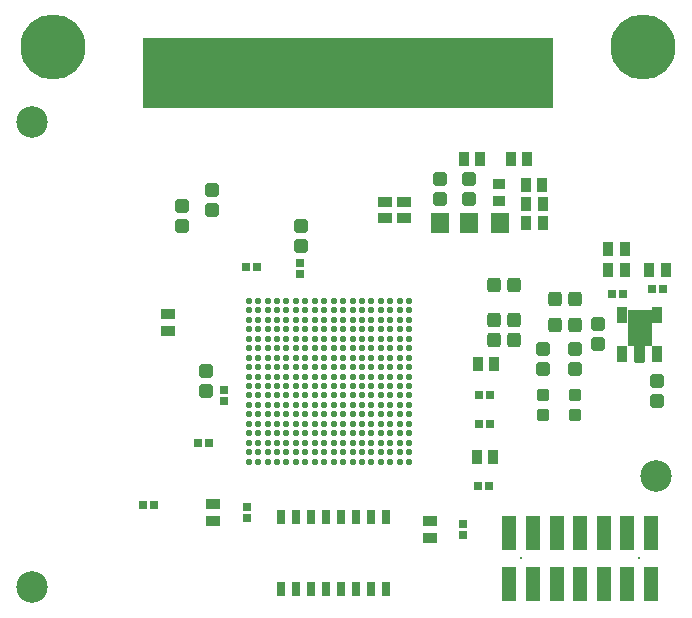
<source format=gts>
G04*
G04 #@! TF.GenerationSoftware,Altium Limited,Altium Designer,23.3.1 (30)*
G04*
G04 Layer_Color=8388736*
%FSLAX45Y45*%
%MOMM*%
G71*
G04*
G04 #@! TF.SameCoordinates,3C985EEB-511E-42A5-9B31-B82869618DE1*
G04*
G04*
G04 #@! TF.FilePolarity,Negative*
G04*
G01*
G75*
%ADD21R,0.76000X1.25000*%
%ADD33R,1.60000X1.80000*%
%ADD34R,34.79998X5.97499*%
%ADD35R,0.88320X1.40320*%
G04:AMPARAMS|DCode=36|XSize=1.2032mm|YSize=1.1032mm|CornerRadius=0.2141mm|HoleSize=0mm|Usage=FLASHONLY|Rotation=270.000|XOffset=0mm|YOffset=0mm|HoleType=Round|Shape=RoundedRectangle|*
%AMROUNDEDRECTD36*
21,1,1.20320,0.67500,0,0,270.0*
21,1,0.77500,1.10320,0,0,270.0*
1,1,0.42820,-0.33750,-0.38750*
1,1,0.42820,-0.33750,0.38750*
1,1,0.42820,0.33750,0.38750*
1,1,0.42820,0.33750,-0.38750*
%
%ADD36ROUNDEDRECTD36*%
G04:AMPARAMS|DCode=37|XSize=1.2032mm|YSize=1.1032mm|CornerRadius=0.2141mm|HoleSize=0mm|Usage=FLASHONLY|Rotation=180.000|XOffset=0mm|YOffset=0mm|HoleType=Round|Shape=RoundedRectangle|*
%AMROUNDEDRECTD37*
21,1,1.20320,0.67500,0,0,180.0*
21,1,0.77500,1.10320,0,0,180.0*
1,1,0.42820,-0.38750,0.33750*
1,1,0.42820,0.38750,0.33750*
1,1,0.42820,0.38750,-0.33750*
1,1,0.42820,-0.38750,-0.33750*
%
%ADD37ROUNDEDRECTD37*%
%ADD38R,1.12320X0.84320*%
%ADD39R,1.47320X0.83820*%
%ADD40R,0.76000X0.76000*%
%ADD41R,1.20320X2.95320*%
%ADD42C,0.55320*%
%ADD43R,0.76000X0.76000*%
%ADD44R,0.95320X1.15320*%
G04:AMPARAMS|DCode=45|XSize=1.0032mm|YSize=1.0032mm|CornerRadius=0.2016mm|HoleSize=0mm|Usage=FLASHONLY|Rotation=270.000|XOffset=0mm|YOffset=0mm|HoleType=Round|Shape=RoundedRectangle|*
%AMROUNDEDRECTD45*
21,1,1.00320,0.60000,0,0,270.0*
21,1,0.60000,1.00320,0,0,270.0*
1,1,0.40320,-0.30000,-0.30000*
1,1,0.40320,-0.30000,0.30000*
1,1,0.40320,0.30000,0.30000*
1,1,0.40320,0.30000,-0.30000*
%
%ADD45ROUNDEDRECTD45*%
%ADD46R,1.15320X0.95320*%
%ADD47R,0.90320X4.40320*%
%ADD48C,2.67000*%
%ADD49R,0.90320X4.40319*%
%ADD50R,2.10320X3.15320*%
%ADD51C,0.20320*%
%ADD52C,5.50320*%
%ADD53C,0.55880*%
G36*
X13305328Y7684015D02*
X13306635Y7683755D01*
X13307896Y7683327D01*
X13309091Y7682738D01*
X13310197Y7681998D01*
X13311200Y7681120D01*
X13312077Y7680118D01*
X13312817Y7679011D01*
X13313406Y7677816D01*
X13313835Y7676555D01*
X13314095Y7675249D01*
X13314182Y7673920D01*
Y7248920D01*
X13314095Y7247591D01*
X13313835Y7246285D01*
X13313406Y7245024D01*
X13312817Y7243829D01*
X13312077Y7242722D01*
X13311200Y7241720D01*
X13310197Y7240842D01*
X13309091Y7240102D01*
X13307896Y7239513D01*
X13306635Y7239085D01*
X13305328Y7238825D01*
X13303999Y7238738D01*
X13236000D01*
X13234671Y7238825D01*
X13233363Y7239085D01*
X13232103Y7239513D01*
X13230910Y7240102D01*
X13229800Y7240842D01*
X13228799Y7241720D01*
X13227922Y7242722D01*
X13227182Y7243829D01*
X13226593Y7245024D01*
X13226164Y7246285D01*
X13225905Y7247591D01*
X13225818Y7248920D01*
Y7673920D01*
X13225905Y7675249D01*
X13226164Y7676555D01*
X13226593Y7677816D01*
X13227182Y7679011D01*
X13227922Y7680118D01*
X13228799Y7681120D01*
X13229800Y7681998D01*
X13230910Y7682738D01*
X13232103Y7683327D01*
X13233363Y7683755D01*
X13234671Y7684015D01*
X13236000Y7684102D01*
X13303999D01*
X13305328Y7684015D01*
D02*
G37*
D21*
X10237511Y5935000D02*
D03*
X10364511D02*
D03*
X10491511D02*
D03*
X10618511D02*
D03*
X10745511D02*
D03*
X10872511D02*
D03*
X10999511D02*
D03*
X11126511D02*
D03*
Y5320000D02*
D03*
X10999511D02*
D03*
X10872511D02*
D03*
X10745511D02*
D03*
X10618511D02*
D03*
X10491511D02*
D03*
X10364511D02*
D03*
X10237511D02*
D03*
D33*
X11577320Y8419260D02*
D03*
X11825318Y8421857D02*
D03*
X12090328Y8419208D02*
D03*
D34*
X10802501Y9688991D02*
D03*
D35*
X13120000Y7308920D02*
D03*
X13420000D02*
D03*
Y7638920D02*
D03*
X13120000D02*
D03*
D36*
X12035000Y7433132D02*
D03*
X12205000D02*
D03*
X12035000Y7896570D02*
D03*
X12205000D02*
D03*
X12035000Y7602159D02*
D03*
X12205000D02*
D03*
X12725000Y7560000D02*
D03*
X12555000D02*
D03*
X12725000Y7774000D02*
D03*
X12555000D02*
D03*
D37*
X11579333Y8790072D02*
D03*
Y8620072D02*
D03*
X11823868Y8792006D02*
D03*
Y8622006D02*
D03*
X12920000Y7397840D02*
D03*
Y7567840D02*
D03*
X13420000Y6915000D02*
D03*
Y7085000D02*
D03*
X10400000Y8398395D02*
D03*
Y8228395D02*
D03*
X12452503Y7184395D02*
D03*
Y7354395D02*
D03*
X12720000Y7184395D02*
D03*
Y7354395D02*
D03*
X9652499Y8526601D02*
D03*
Y8696601D02*
D03*
X9596649Y6995000D02*
D03*
Y7165000D02*
D03*
X9392920Y8396060D02*
D03*
Y8566060D02*
D03*
D38*
X12079036Y8753507D02*
D03*
Y8607507D02*
D03*
D39*
X11577320Y8378037D02*
D03*
Y8460417D02*
D03*
X11825317Y8380629D02*
D03*
Y8463009D02*
D03*
X12090328Y8378037D02*
D03*
Y8460417D02*
D03*
D40*
X9945380Y6015502D02*
D03*
Y5923502D02*
D03*
X11778434Y5777858D02*
D03*
Y5869858D02*
D03*
X10393680Y7991760D02*
D03*
Y8083760D02*
D03*
X9747785Y6914000D02*
D03*
Y7006000D02*
D03*
D41*
X12167500Y5367380D02*
D03*
X12367500D02*
D03*
Y5793380D02*
D03*
X12567500Y5367380D02*
D03*
Y5793380D02*
D03*
X12767500Y5367380D02*
D03*
Y5793380D02*
D03*
X12967500Y5367380D02*
D03*
Y5793380D02*
D03*
X13167500Y5367380D02*
D03*
Y5793380D02*
D03*
X13367500Y5367380D02*
D03*
Y5793380D02*
D03*
X12167500D02*
D03*
D42*
X10200000Y7760000D02*
D03*
X11320000Y6400000D02*
D03*
X11240000D02*
D03*
X11160000D02*
D03*
X11080000D02*
D03*
X11000000D02*
D03*
X10920000D02*
D03*
X10840000D02*
D03*
X10760000D02*
D03*
X10680000D02*
D03*
X10600000D02*
D03*
X10520000D02*
D03*
X10440000D02*
D03*
X10360000D02*
D03*
X10280000D02*
D03*
X10200000D02*
D03*
X10120000D02*
D03*
X10040000D02*
D03*
X9960000D02*
D03*
X11320000Y6480000D02*
D03*
X11240000D02*
D03*
X11160000D02*
D03*
X11080000D02*
D03*
X11000000D02*
D03*
X10920000D02*
D03*
X10840000D02*
D03*
X10760000D02*
D03*
X10680000D02*
D03*
X10600000D02*
D03*
X10520000D02*
D03*
X10440000D02*
D03*
X10360000D02*
D03*
X10280000D02*
D03*
X10200000D02*
D03*
X10120000D02*
D03*
X10040000D02*
D03*
X9960000D02*
D03*
X11320000Y6560000D02*
D03*
X11240000D02*
D03*
X11160000D02*
D03*
X11080000D02*
D03*
X11000000D02*
D03*
X10920000D02*
D03*
X10840000D02*
D03*
X10760000D02*
D03*
X10680000D02*
D03*
X10600000D02*
D03*
X10520000D02*
D03*
X10440000D02*
D03*
X10360000D02*
D03*
X10280000D02*
D03*
X10200000D02*
D03*
X10120000D02*
D03*
X10040000D02*
D03*
X9960000D02*
D03*
X11320000Y6640000D02*
D03*
X11240000D02*
D03*
X11160000D02*
D03*
X11080000D02*
D03*
X11000000D02*
D03*
X10920000D02*
D03*
X10840000D02*
D03*
X10760000D02*
D03*
X10680000D02*
D03*
X10600000D02*
D03*
X10520000D02*
D03*
X10440000D02*
D03*
X10360000D02*
D03*
X10280000D02*
D03*
X10200000D02*
D03*
X10120000D02*
D03*
X10040000D02*
D03*
X9960000D02*
D03*
X11320000Y6720000D02*
D03*
X11240000D02*
D03*
X11160000D02*
D03*
X11080000D02*
D03*
X11000000D02*
D03*
X10920000D02*
D03*
X10840000D02*
D03*
X10760000D02*
D03*
X10680000D02*
D03*
X10600000D02*
D03*
X10520000D02*
D03*
X10440000D02*
D03*
X10360000D02*
D03*
X10280000D02*
D03*
X10200000D02*
D03*
X10120000D02*
D03*
X10040000D02*
D03*
X9960000D02*
D03*
X11320000Y6800000D02*
D03*
X11240000D02*
D03*
X11160000D02*
D03*
X11080000D02*
D03*
X11000000D02*
D03*
X10920000D02*
D03*
X10840000D02*
D03*
X10760000D02*
D03*
X10680000D02*
D03*
X10600000D02*
D03*
X10520000D02*
D03*
X10440000D02*
D03*
X10360000D02*
D03*
X10280000D02*
D03*
X10200000D02*
D03*
X10120000D02*
D03*
X10040000D02*
D03*
X9960000D02*
D03*
X11320000Y6880000D02*
D03*
X11240000D02*
D03*
X11160000D02*
D03*
X11080000D02*
D03*
X11000000D02*
D03*
X10920000D02*
D03*
X10840000D02*
D03*
X10760000D02*
D03*
X10680000D02*
D03*
X10600000D02*
D03*
X10520000D02*
D03*
X10440000D02*
D03*
X10360000D02*
D03*
X10280000D02*
D03*
X10200000D02*
D03*
X10120000D02*
D03*
X10040000D02*
D03*
X9960000D02*
D03*
X11320000Y6960000D02*
D03*
X11240000D02*
D03*
X11160000D02*
D03*
X11080000D02*
D03*
X11000000D02*
D03*
X10920000D02*
D03*
X10840000D02*
D03*
X10760000D02*
D03*
X10680000D02*
D03*
X10600000D02*
D03*
X10520000D02*
D03*
X10440000D02*
D03*
X10360000D02*
D03*
X10280000D02*
D03*
X10200000D02*
D03*
X10120000D02*
D03*
X10040000D02*
D03*
X9960000D02*
D03*
X11320000Y7040000D02*
D03*
X11240000D02*
D03*
X11160000D02*
D03*
X11080000D02*
D03*
X11000000D02*
D03*
X10920000D02*
D03*
X10840000D02*
D03*
X10760000D02*
D03*
X10680000D02*
D03*
X10600000D02*
D03*
X10520000D02*
D03*
X10440000D02*
D03*
X10360000D02*
D03*
X10280000D02*
D03*
X10200000D02*
D03*
X10120000D02*
D03*
X10040000D02*
D03*
X9960000D02*
D03*
X11320000Y7120000D02*
D03*
X11240000D02*
D03*
X11160000D02*
D03*
X11080000D02*
D03*
X11000000D02*
D03*
X10920000D02*
D03*
X10840000D02*
D03*
X10760000D02*
D03*
X10680000D02*
D03*
X10600000D02*
D03*
X10520000D02*
D03*
X10440000D02*
D03*
X10360000D02*
D03*
X10280000D02*
D03*
X10200000D02*
D03*
X10120000D02*
D03*
X10040000D02*
D03*
X9960000D02*
D03*
X11320000Y7200000D02*
D03*
X11240000D02*
D03*
X11160000D02*
D03*
X11080000D02*
D03*
X11000000D02*
D03*
X10920000D02*
D03*
X10840000D02*
D03*
X10760000D02*
D03*
X10680000D02*
D03*
X10600000D02*
D03*
X10520000D02*
D03*
X10440000D02*
D03*
X10360000D02*
D03*
X10280000D02*
D03*
X10200000D02*
D03*
X10120000D02*
D03*
X10040000D02*
D03*
X9960000D02*
D03*
X11320000Y7280000D02*
D03*
X11240000D02*
D03*
X11160000D02*
D03*
X11080000D02*
D03*
X11000000D02*
D03*
X10920000D02*
D03*
X10840000D02*
D03*
X10760000D02*
D03*
X10680000D02*
D03*
X10600000D02*
D03*
X10520000D02*
D03*
X10440000D02*
D03*
X10360000D02*
D03*
X10280000D02*
D03*
X10200000D02*
D03*
X10120000D02*
D03*
X10040000D02*
D03*
X9960000D02*
D03*
X11320000Y7360000D02*
D03*
X11240000D02*
D03*
X11160000D02*
D03*
X11080000D02*
D03*
X11000000D02*
D03*
X10920000D02*
D03*
X10840000D02*
D03*
X10760000D02*
D03*
X10680000D02*
D03*
X10600000D02*
D03*
X10520000D02*
D03*
X10440000D02*
D03*
X10360000D02*
D03*
X10280000D02*
D03*
X10200000D02*
D03*
X10120000D02*
D03*
X10040000D02*
D03*
X9960000D02*
D03*
X11320000Y7440000D02*
D03*
X11240000D02*
D03*
X11160000D02*
D03*
X11080000D02*
D03*
X11000000D02*
D03*
X10920000D02*
D03*
X10840000D02*
D03*
X10760000D02*
D03*
X10680000D02*
D03*
X10600000D02*
D03*
X10520000D02*
D03*
X10440000D02*
D03*
X10360000D02*
D03*
X10280000D02*
D03*
X10200000D02*
D03*
X10120000D02*
D03*
X10040000D02*
D03*
X9960000D02*
D03*
X11320000Y7520000D02*
D03*
X11240000D02*
D03*
X11160000D02*
D03*
X11080000D02*
D03*
X11000000D02*
D03*
X10920000D02*
D03*
X10840000D02*
D03*
X10760000D02*
D03*
X10680000D02*
D03*
X10600000D02*
D03*
X10520000D02*
D03*
X10440000D02*
D03*
X10360000D02*
D03*
X10280000D02*
D03*
X10200000D02*
D03*
X10120000D02*
D03*
X10040000D02*
D03*
X9960000D02*
D03*
X11320000Y7600000D02*
D03*
X11240000D02*
D03*
X11160000D02*
D03*
X11080000D02*
D03*
X11000000D02*
D03*
X10920000D02*
D03*
X10840000D02*
D03*
X10760000D02*
D03*
X10680000D02*
D03*
X10600000D02*
D03*
X10520000D02*
D03*
X10440000D02*
D03*
X10360000D02*
D03*
X10280000D02*
D03*
X10200000D02*
D03*
X10120000D02*
D03*
X10040000D02*
D03*
X9960000D02*
D03*
X11320000Y7680000D02*
D03*
X11240000D02*
D03*
X11160000D02*
D03*
X11080000D02*
D03*
X11000000D02*
D03*
X10920000D02*
D03*
X10840000D02*
D03*
X10760000D02*
D03*
X10680000D02*
D03*
X10600000D02*
D03*
X10520000D02*
D03*
X10440000D02*
D03*
X10360000D02*
D03*
X10280000D02*
D03*
X10200000D02*
D03*
X10120000D02*
D03*
X10040000D02*
D03*
X9960000D02*
D03*
X11320000Y7760000D02*
D03*
X11240000D02*
D03*
X11160000D02*
D03*
X11080000D02*
D03*
X11000000D02*
D03*
X10920000D02*
D03*
X10840000D02*
D03*
X10760000D02*
D03*
X10680000D02*
D03*
X10600000D02*
D03*
X10520000D02*
D03*
X10440000D02*
D03*
X10360000D02*
D03*
X10280000D02*
D03*
X10120000D02*
D03*
X10040000D02*
D03*
X9960000D02*
D03*
D43*
X13125999Y7816568D02*
D03*
X13034000D02*
D03*
X13374001Y7862858D02*
D03*
X13466000D02*
D03*
X9530600Y6560000D02*
D03*
X9622600D02*
D03*
X12001780Y6720000D02*
D03*
X11909780D02*
D03*
X10029431Y8047002D02*
D03*
X9937431D02*
D03*
X9068000Y6033920D02*
D03*
X9160000D02*
D03*
X11996779Y6194893D02*
D03*
X11904779D02*
D03*
X12006000Y6960000D02*
D03*
X11914000D02*
D03*
D44*
X13144852Y8021443D02*
D03*
X13004851D02*
D03*
X13143294Y8199805D02*
D03*
X13003294D02*
D03*
X13350000Y8021443D02*
D03*
X13489999D02*
D03*
X11922499Y8960000D02*
D03*
X11782499D02*
D03*
X12320000D02*
D03*
X12180000D02*
D03*
X12030000Y6440000D02*
D03*
X11890000D02*
D03*
X12039056Y7226568D02*
D03*
X11899056D02*
D03*
X12449481Y8420990D02*
D03*
X12309481D02*
D03*
X12448546Y8579038D02*
D03*
X12308546D02*
D03*
X12445229Y8739380D02*
D03*
X12305229D02*
D03*
D45*
X12452503Y6795000D02*
D03*
Y6965000D02*
D03*
X12720000Y6795000D02*
D03*
Y6965000D02*
D03*
D46*
X11497977Y5755685D02*
D03*
Y5895685D02*
D03*
X9280000Y7506568D02*
D03*
Y7646568D02*
D03*
X9656395Y5898368D02*
D03*
Y6038368D02*
D03*
X11274478Y8600000D02*
D03*
Y8460000D02*
D03*
X11110986Y8600000D02*
D03*
Y8460000D02*
D03*
D47*
X11852499Y9612740D02*
D03*
X9852498D02*
D03*
X9652499D02*
D03*
X10152503D02*
D03*
X9452499D02*
D03*
X9952498D02*
D03*
X9752498D02*
D03*
X9552499D02*
D03*
X9352499D02*
D03*
X10052498D02*
D03*
X10452502D02*
D03*
X10352502D02*
D03*
X10252502D02*
D03*
X9152500D02*
D03*
X12452503D02*
D03*
X12352498D02*
D03*
X11652500D02*
D03*
X11952499D02*
D03*
X12252498D02*
D03*
X11752499D02*
D03*
X12152499D02*
D03*
X12052499D02*
D03*
X11552500D02*
D03*
X11452500D02*
D03*
X11052501D02*
D03*
X10552502D02*
D03*
X10952501D02*
D03*
X10752501D02*
D03*
X10852501D02*
D03*
X11152501D02*
D03*
D48*
X8128000Y5334000D02*
D03*
Y9271000D02*
D03*
X13412900Y6280000D02*
D03*
D49*
X9252499Y9612740D02*
D03*
X10652502D02*
D03*
D50*
X13270000Y7528920D02*
D03*
D51*
X12267500Y5580380D02*
D03*
X13267500D02*
D03*
D52*
X8302500Y9912740D02*
D03*
X13302499D02*
D03*
D53*
X8450148Y9765091D02*
D03*
X8511306Y9912740D02*
D03*
X8450148Y10060388D02*
D03*
X8302500Y10121546D02*
D03*
X8154852Y10060388D02*
D03*
X8093694Y9912740D02*
D03*
X8154852Y9765091D02*
D03*
X8302500Y9703934D02*
D03*
X13450148Y9765091D02*
D03*
X13511307Y9912740D02*
D03*
X13450148Y10060388D02*
D03*
X13302499Y10121546D02*
D03*
X13154852Y10060388D02*
D03*
X13093694Y9912740D02*
D03*
X13154852Y9765091D02*
D03*
X13302499Y9703934D02*
D03*
M02*

</source>
